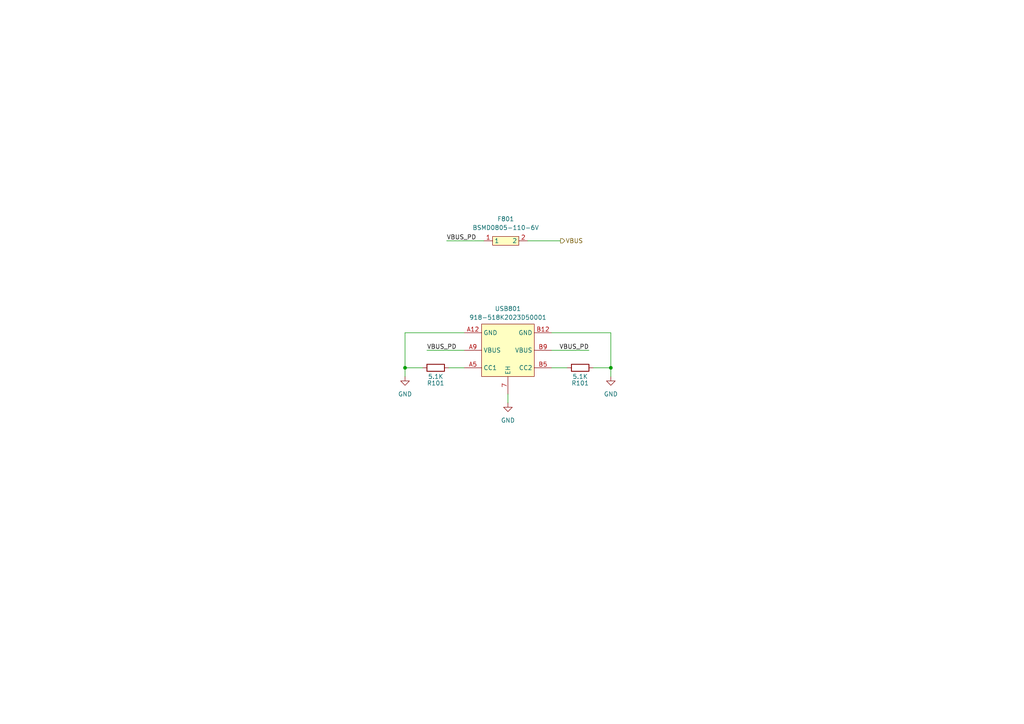
<source format=kicad_sch>
(kicad_sch (version 20230121) (generator eeschema)
  (paper "A4")
  (title_block (title "ODROID H3(+) mITX adapter") (date "2023-08-13") (rev "1.1.0"))
  (lib_symbols
    (symbol "Device:R" (pin_numbers hide) (pin_names (offset 0))
      (property "Reference" "R" (at 2.032 0 90))
      (property "Value" "R" (at 0 0 90))
      (symbol "R_0_1"
        (rectangle (start -1.016 -2.54) (end 1.016 2.54) (stroke (width 0.254)))
      )
      (symbol "R_1_1"
        (pin passive line (at 0 3.81 270) (length 1.27) (name "~") (number "1"))
        (pin passive line (at 0 -3.81 90) (length 1.27) (name "~") (number "2"))
      )
    )
    (symbol "easyeda2kicad:918-518K2023D50001"
      (property "Reference" "USB" (at 0 10.16 0))
      (property "Value" "918-518K2023D50001" (at 0 -17.78 0))
      (symbol "918-518K2023D50001_0_1"
        (rectangle (start -7.62 7.62) (end 7.62 -7.62) (fill (type background)))
        (pin unspecified line (at 0 -12.7 90) (length 5.08) (name "EH") (number "7"))
        (pin unspecified line (at -12.7 5.08 0) (length 5.08) (name "GND") (number "A12"))
        (pin unspecified line (at -12.7 -5.08 0) (length 5.08) (name "CC1") (number "A5"))
        (pin unspecified line (at -12.7 0 0) (length 5.08) (name "VBUS") (number "A9"))
        (pin unspecified line (at 12.7 5.08 180) (length 5.08) (name "GND") (number "B12"))
        (pin unspecified line (at 12.7 -5.08 180) (length 5.08) (name "CC2") (number "B5"))
        (pin unspecified line (at 12.7 0 180) (length 5.08) (name "VBUS") (number "B9"))
      )
    )
    (symbol "easyeda2kicad:BSMD0805-110-6V"
      (property "Reference" "F" (at 0 5.08 0))
      (property "Value" "BSMD0805-110-6V" (at 0 -5.08 0))
      (symbol "BSMD0805-110-6V_0_1"
        (polyline (pts (xy -3.81 0)) (fill (type background)))
        (pin unspecified line (at -7.62 0 0) (length 2.54) (name "1") (number "1"))
      )
      (symbol "BSMD0805-110-6V_1_1"
        (rectangle (start -5.08 1.27) (end 2.54 -1.27) (fill (type background)))
        (pin unspecified line (at 5.08 0 180) (length 2.54) (name "2") (number "2"))
      )
    )
    (symbol "power:GND" (power) (pin_names (offset 0))
      (property "Value" "GND" (at 0 -3.81 0))
      (symbol "GND_0_1"
        (polyline (pts (xy 0 0) (xy 0 -1.27) (xy 1.27 -1.27) (xy 0 -2.54) (xy -1.27 -1.27) (xy 0 -1.27)))
      )
      (symbol "GND_1_1"
        (pin power_in line (at 0 0 270) (length 0) hide (name "GND") (number "1"))
      )
    )
  )
  (junction (at 117.475 106.68))
  (junction (at 177.165 106.68))
  (wire (pts (xy 134.62 101.6) (xy 123.825 101.6)))
  (wire (pts (xy 117.475 106.68) (xy 117.475 109.22)))
  (wire (pts (xy 177.165 96.52) (xy 177.165 106.68)))
  (wire (pts (xy 134.62 106.68) (xy 130.175 106.68)))
  (wire (pts (xy 172.085 106.68) (xy 177.165 106.68)))
  (wire (pts (xy 117.475 96.52) (xy 117.475 106.68)))
  (wire (pts (xy 160.02 101.6) (xy 170.815 101.6)))
  (wire (pts (xy 160.02 96.52) (xy 177.165 96.52)))
  (wire (pts (xy 147.32 114.3) (xy 147.32 116.84)))
  (wire (pts (xy 122.555 106.68) (xy 117.475 106.68)))
  (wire (pts (xy 134.62 96.52) (xy 117.475 96.52)))
  (wire (pts (xy 153.035 69.85) (xy 162.56 69.85)))
  (wire (pts (xy 177.165 106.68) (xy 177.165 109.22)))
  (wire (pts (xy 140.335 69.85) (xy 129.54 69.85)))
  (wire (pts (xy 160.02 106.68) (xy 164.465 106.68)))
  (label "VBUS_PD" (at 123.825 101.6 0))
  (label "VBUS_PD" (at 129.54 69.85 0))
  (label "VBUS_PD" (at 170.815 101.6 180))
  (hierarchical_label "VBUS" (shape output) (at 162.56 69.85 0))
  (symbol (lib_id "power:GND") (at 177.165 109.22 0) (mirror y) (unit 1)
    (property "Reference" "#PWR0102" (effects hide))
    (property "Value" "GND" (at 177.165 114.3 0))
    (instances (project "main" (path "" (reference "#PWR0102") (unit 1)) (path "" (reference "#PWR0801") (unit 1))))
  )
  (symbol (lib_id "Device:R") (at 168.275 106.68 270) (mirror x) (unit 1)
    (property "Reference" "R101" (at 168.275 111.125 90))
    (property "Value" "5.1K" (at 168.275 109.22 90))
    (property "Footprint" "Resistor_SMD:R_0603_1608Metric" (effects hide))
    (property "LCSC" "C3152148" (effects hide))
    (instances (project "main" (path "" (reference "R101") (unit 1)) (path "" (reference "R802") (unit 1))))
  )
  (symbol (lib_id "power:GND") (at 117.475 109.22 0) (unit 1)
    (property "Reference" "#PWR0102" (effects hide))
    (property "Value" "GND" (at 117.475 114.3 0))
    (instances (project "main" (path "" (reference "#PWR0102") (unit 1)) (path "" (reference "#PWR0802") (unit 1))))
  )
  (symbol (lib_id "easyeda2kicad:BSMD0805-110-6V") (at 147.955 69.85 0) (unit 1)
    (property "Reference" "F801" (at 146.685 63.5 0))
    (property "Value" "BSMD0805-110-6V" (at 146.685 66.04 0))
    (property "Footprint" "easyeda2kicad:F0805" (effects hide))
    (property "Datasheet" "https://lcsc.com/product-detail/PTC-Resettable-Fuses_BHFUSE-BSMD0805-110-6V_C883113.html" (effects hide))
    (property "LCSC Part" "C883113" (effects hide))
  )
  (symbol (lib_id "power:GND") (at 147.32 116.84 0) (mirror y) (unit 1)
    (property "Reference" "#PWR0102" (effects hide))
    (property "Value" "GND" (at 147.32 121.92 0))
    (instances (project "main" (path "" (reference "#PWR0102") (unit 1)) (path "" (reference "#PWR0803") (unit 1))))
  )
  (symbol (lib_id "Device:R") (at 126.365 106.68 90) (unit 1)
    (property "Reference" "R101" (at 126.365 111.125 90))
    (property "Value" "5.1K" (at 126.365 109.22 90))
    (property "Footprint" "Resistor_SMD:R_0603_1608Metric" (effects hide))
    (property "LCSC" "C3152148" (effects hide))
    (instances (project "main" (path "" (reference "R101") (unit 1)) (path "" (reference "R801") (unit 1))))
  )
  (symbol (lib_id "easyeda2kicad:918-518K2023D50001") (at 147.32 101.6 0) (unit 1)
    (property "Reference" "USB801" (at 147.32 89.535 0))
    (property "Value" "918-518K2023D50001" (at 147.32 92.075 0))
    (property "Footprint" "easyeda2kicad:USB-TYPE-C-TH_918-518K2023D5000X" (effects hide))
    (property "Datasheet" "https://lcsc.com/product-detail/USB-Connectors_Jing-Extension-of-the-Electronic-Co-918-518K2023D50001_C399934.html" (effects hide))
    (property "LCSC Part" "C399934" (effects hide))
  )
)
</source>
